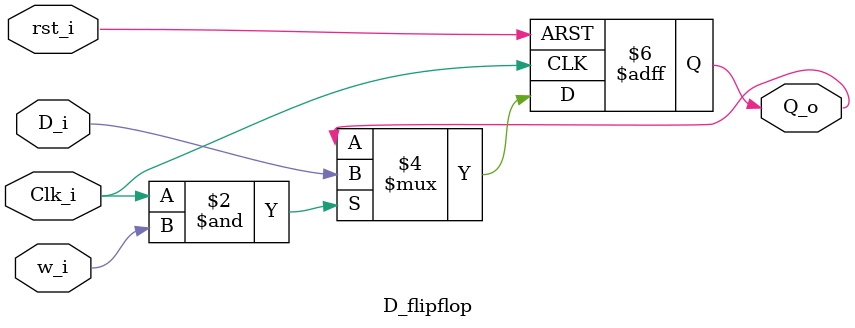
<source format=v>
module D_flipflop(D_i, Clk_i, rst_i, w_i, Q_o);

input D_i, Clk_i, rst_i, w_i;
output reg Q_o;

/* se for latch: D_i or Clk_i or rst_i or w_i */
always @(posedge Clk_i or posedge rst_i) begin
    if(rst_i) Q_o  = 1'b0;
    else if (Clk_i & w_i) Q_o = D_i;
end

endmodule
</source>
